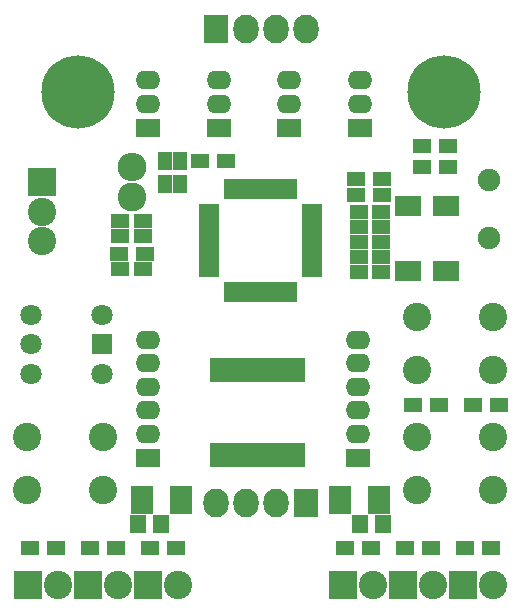
<source format=gbr>
G04 #@! TF.FileFunction,Soldermask,Top*
%FSLAX46Y46*%
G04 Gerber Fmt 4.6, Leading zero omitted, Abs format (unit mm)*
G04 Created by KiCad (PCBNEW 4.0.4+dfsg1-stable) date Mon Jul 31 00:00:22 2017*
%MOMM*%
%LPD*%
G01*
G04 APERTURE LIST*
%ADD10C,0.100000*%
%ADD11C,1.901140*%
%ADD12R,1.797000X1.797000*%
%ADD13C,1.797000*%
%ADD14R,2.127200X2.432000*%
%ADD15O,2.127200X2.432000*%
%ADD16R,1.600000X1.150000*%
%ADD17R,2.100000X1.600000*%
%ADD18O,2.100000X1.600000*%
%ADD19C,2.400000*%
%ADD20C,2.432000*%
%ADD21O,2.432000X2.432000*%
%ADD22C,6.200000*%
%ADD23C,1.000000*%
%ADD24R,2.400000X2.400000*%
%ADD25R,0.850000X2.150000*%
%ADD26R,1.500000X2.150000*%
%ADD27R,1.700000X0.650000*%
%ADD28R,0.650000X1.700000*%
%ADD29R,2.300000X1.700000*%
%ADD30R,1.600000X1.300000*%
%ADD31R,1.924000X2.432000*%
%ADD32R,1.150000X1.600000*%
%ADD33R,1.400000X1.650000*%
G04 APERTURE END LIST*
D10*
D11*
X75946000Y-40485060D03*
X75946000Y-45366940D03*
D12*
X43180000Y-54419500D03*
D13*
X43180000Y-56896000D03*
X43180000Y-51896000D03*
X37180000Y-51896000D03*
X37180000Y-54396000D03*
X37180000Y-56896000D03*
D14*
X52832000Y-27686000D03*
D15*
X55372000Y-27686000D03*
X57912000Y-27686000D03*
X60452000Y-27686000D03*
D16*
X44770000Y-48006000D03*
X46670000Y-48006000D03*
D17*
X59055000Y-36068000D03*
D18*
X59055000Y-34068000D03*
X59055000Y-32068000D03*
D19*
X36830000Y-66730000D03*
X36830000Y-62230000D03*
X43330000Y-66730000D03*
X43330000Y-62230000D03*
D20*
X45720000Y-41910000D03*
D21*
X45720000Y-39370000D03*
D14*
X60452000Y-67818000D03*
D15*
X57912000Y-67818000D03*
X55372000Y-67818000D03*
X52832000Y-67818000D03*
D22*
X41148000Y-33020000D03*
D23*
X43348000Y-33020000D03*
X42708000Y-34580000D03*
X41148000Y-35220000D03*
X39588000Y-34580000D03*
X38948000Y-33020000D03*
X39588000Y-31460000D03*
X41148000Y-30820000D03*
X42708000Y-31460000D03*
D24*
X63627000Y-74803000D03*
D19*
X66167000Y-74803000D03*
D25*
X54763240Y-63808160D03*
X58663240Y-63808160D03*
D26*
X53136800Y-63799720D03*
X55737760Y-63799720D03*
X57033160Y-63799720D03*
X59639200Y-63804800D03*
D25*
X52813000Y-63798000D03*
X54113000Y-63798000D03*
X55413000Y-63798000D03*
X56713000Y-63798000D03*
X58013000Y-63798000D03*
X59313000Y-63798000D03*
X59963000Y-56598000D03*
X58663000Y-56598000D03*
X58013000Y-56598000D03*
X57363000Y-56598000D03*
X56713000Y-56598000D03*
X56063000Y-56598000D03*
X55413000Y-56598000D03*
X54763000Y-56598000D03*
X54113000Y-56598000D03*
X53463000Y-56598000D03*
X52813000Y-56598000D03*
D26*
X59639200Y-56603900D03*
D27*
X60992000Y-48343000D03*
X60992000Y-47843000D03*
X60992000Y-47343000D03*
X60992000Y-46843000D03*
X60992000Y-46343000D03*
X60992000Y-45843000D03*
X60992000Y-45343000D03*
X60992000Y-44843000D03*
X60992000Y-44343000D03*
X60992000Y-43843000D03*
X60992000Y-43343000D03*
X60992000Y-42843000D03*
D28*
X59392000Y-41243000D03*
X58892000Y-41243000D03*
X58392000Y-41243000D03*
X57892000Y-41243000D03*
X57392000Y-41243000D03*
X56892000Y-41243000D03*
X56392000Y-41243000D03*
X55892000Y-41243000D03*
X55392000Y-41243000D03*
X54892000Y-41243000D03*
X54392000Y-41243000D03*
X53892000Y-41243000D03*
D27*
X52292000Y-42843000D03*
X52292000Y-43343000D03*
X52292000Y-43843000D03*
X52292000Y-44343000D03*
X52292000Y-44843000D03*
X52292000Y-45343000D03*
X52292000Y-45843000D03*
X52292000Y-46343000D03*
X52292000Y-46843000D03*
X52292000Y-47343000D03*
X52292000Y-47843000D03*
X52292000Y-48343000D03*
D28*
X53892000Y-49943000D03*
X54392000Y-49943000D03*
X54892000Y-49943000D03*
X55392000Y-49943000D03*
X55892000Y-49943000D03*
X56392000Y-49943000D03*
X56892000Y-49943000D03*
X57392000Y-49943000D03*
X57892000Y-49943000D03*
X58392000Y-49943000D03*
X58892000Y-49943000D03*
X59392000Y-49943000D03*
D29*
X72339000Y-48216000D03*
X72339000Y-42716000D03*
X69139000Y-42716000D03*
X69139000Y-48216000D03*
D24*
X38100000Y-40640000D03*
D19*
X38100000Y-43180000D03*
X38100000Y-45680000D03*
D22*
X72136000Y-33020000D03*
D23*
X74336000Y-33020000D03*
X73696000Y-34580000D03*
X72136000Y-35220000D03*
X70576000Y-34580000D03*
X69936000Y-33020000D03*
X70576000Y-31460000D03*
X72136000Y-30820000D03*
X73696000Y-31460000D03*
D30*
X46820000Y-46736000D03*
X44620000Y-46736000D03*
X37127000Y-71628000D03*
X39327000Y-71628000D03*
X42207000Y-71628000D03*
X44407000Y-71628000D03*
X47287000Y-71628000D03*
X49487000Y-71628000D03*
X63797000Y-71628000D03*
X65997000Y-71628000D03*
X74592000Y-59563000D03*
X76792000Y-59563000D03*
X71712000Y-59563000D03*
X69512000Y-59563000D03*
X64686000Y-40386000D03*
X66886000Y-40386000D03*
D19*
X69850000Y-56570000D03*
X69850000Y-52070000D03*
X76350000Y-56570000D03*
X76350000Y-52070000D03*
X69850000Y-66730000D03*
X69850000Y-62230000D03*
X76350000Y-66730000D03*
X76350000Y-62230000D03*
D17*
X47117000Y-64008000D03*
D18*
X47117000Y-62008000D03*
X47117000Y-60008000D03*
X47117000Y-58008000D03*
X47117000Y-56008000D03*
X47117000Y-54008000D03*
D17*
X64897000Y-64008000D03*
D18*
X64897000Y-62008000D03*
X64897000Y-60008000D03*
X64897000Y-58008000D03*
X64897000Y-56008000D03*
X64897000Y-54008000D03*
D17*
X53086000Y-36068000D03*
D18*
X53086000Y-34068000D03*
X53086000Y-32068000D03*
D17*
X65024000Y-36068000D03*
D18*
X65024000Y-34068000D03*
X65024000Y-32068000D03*
D17*
X47117000Y-36068000D03*
D18*
X47117000Y-34068000D03*
X47117000Y-32068000D03*
D24*
X47117000Y-74803000D03*
D19*
X49657000Y-74803000D03*
D24*
X42037000Y-74803000D03*
D19*
X44577000Y-74803000D03*
D24*
X36957000Y-74803000D03*
D19*
X39497000Y-74803000D03*
D24*
X68707000Y-74803000D03*
D19*
X71247000Y-74803000D03*
D24*
X73787000Y-74803000D03*
D19*
X76327000Y-74803000D03*
D30*
X68877000Y-71628000D03*
X71077000Y-71628000D03*
X73957000Y-71628000D03*
X76157000Y-71628000D03*
D16*
X64963000Y-43180000D03*
X66863000Y-43180000D03*
X64963000Y-46990000D03*
X66863000Y-46990000D03*
X64963000Y-45720000D03*
X66863000Y-45720000D03*
D31*
X63373000Y-67564000D03*
X66675000Y-67564000D03*
X49911000Y-67564000D03*
X46609000Y-67564000D03*
D16*
X44770000Y-45212000D03*
X46670000Y-45212000D03*
X44770000Y-43942000D03*
X46670000Y-43942000D03*
X66863000Y-48260000D03*
X64963000Y-48260000D03*
D32*
X49784000Y-40828000D03*
X49784000Y-38928000D03*
X48514000Y-40828000D03*
X48514000Y-38928000D03*
D16*
X64963000Y-44450000D03*
X66863000Y-44450000D03*
D30*
X66886000Y-41783000D03*
X64686000Y-41783000D03*
X51478000Y-38862000D03*
X53678000Y-38862000D03*
D33*
X48244000Y-69596000D03*
X46244000Y-69596000D03*
X65040000Y-69596000D03*
X67040000Y-69596000D03*
D30*
X70274000Y-37592000D03*
X72474000Y-37592000D03*
X72474000Y-39370000D03*
X70274000Y-39370000D03*
M02*

</source>
